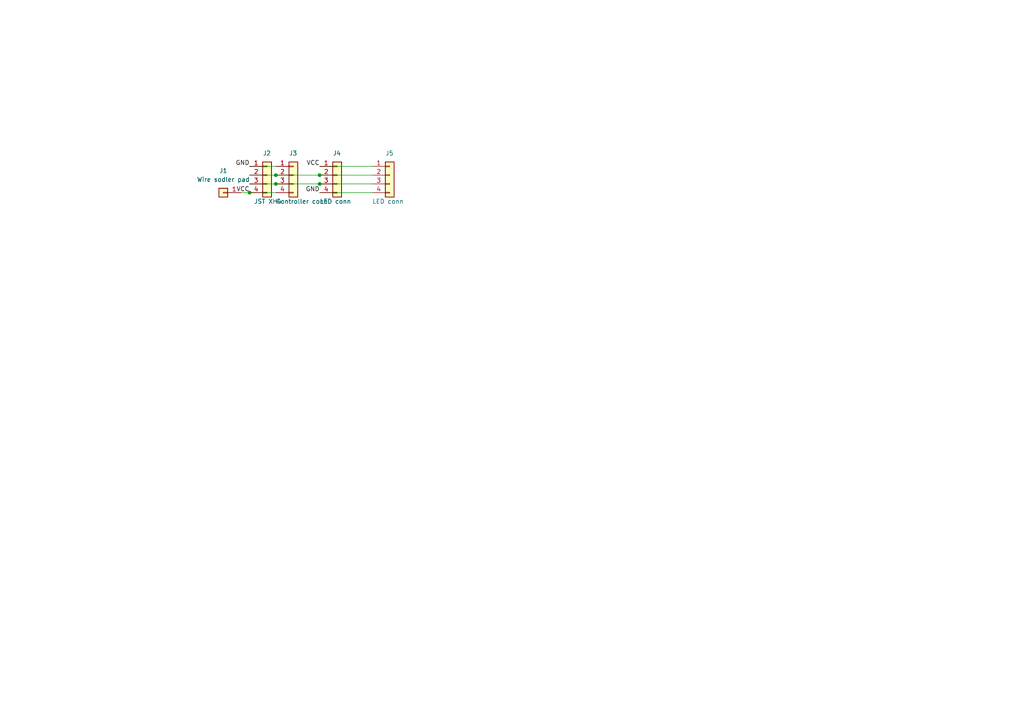
<source format=kicad_sch>
(kicad_sch (version 20211123) (generator eeschema)
  (paper "A4")
  (lib_symbols
    (symbol "Connector_Generic:Conn_01x01" (pin_names (offset 1.016) hide)
      (property "Reference" "J" (at 0 2.54 0))
      (property "Value" "Conn_01x01" (at 0 -2.54 0))
      (symbol "Conn_01x01_1_1"
        (rectangle (start -1.27 0.127) (end 0 -0.127) (stroke (width 0.1524)))
        (rectangle (start -1.27 1.27) (end 1.27 -1.27) (stroke (width 0.254)) (fill (type background)))
        (pin passive line (at -5.08 0 0) (length 3.81) (name "Pin_1") (number "1"))
      )
    )
    (symbol "Connector_Generic:Conn_01x04" (pin_names (offset 1.016) hide)
      (property "Reference" "J" (at 0 5.08 0))
      (property "Value" "Conn_01x04" (at 0 -7.62 0))
      (symbol "Conn_01x04_1_1"
        (rectangle (start -1.27 -4.953) (end 0 -5.207) (stroke (width 0.1524)))
        (rectangle (start -1.27 -2.413) (end 0 -2.667) (stroke (width 0.1524)))
        (rectangle (start -1.27 0.127) (end 0 -0.127) (stroke (width 0.1524)))
        (rectangle (start -1.27 2.667) (end 0 2.413) (stroke (width 0.1524)))
        (rectangle (start -1.27 3.81) (end 1.27 -6.35) (stroke (width 0.254)) (fill (type background)))
        (pin passive line (at -5.08 2.54 0) (length 3.81) (name "Pin_1") (number "1"))
        (pin passive line (at -5.08 0 0) (length 3.81) (name "Pin_2") (number "2"))
        (pin passive line (at -5.08 -2.54 0) (length 3.81) (name "Pin_3") (number "3"))
        (pin passive line (at -5.08 -5.08 0) (length 3.81) (name "Pin_4") (number "4"))
      )
    )
  )
  (junction (at 80.01 53.34))
  (junction (at 80.01 50.8))
  (junction (at 92.71 53.34))
  (junction (at 92.71 50.8))
  (junction (at 72.39 55.88))
  (wire (pts (xy 92.71 48.26) (xy 107.95 48.26)))
  (wire (pts (xy 72.39 50.8) (xy 80.01 50.8)))
  (wire (pts (xy 80.01 53.34) (xy 92.71 53.34)))
  (wire (pts (xy 72.39 48.26) (xy 80.01 48.26)))
  (wire (pts (xy 69.85 55.88) (xy 72.39 55.88)))
  (wire (pts (xy 72.39 55.88) (xy 80.01 55.88)))
  (wire (pts (xy 92.71 50.8) (xy 107.95 50.8)))
  (wire (pts (xy 92.71 55.88) (xy 107.95 55.88)))
  (wire (pts (xy 80.01 50.8) (xy 92.71 50.8)))
  (wire (pts (xy 92.71 53.34) (xy 107.95 53.34)))
  (wire (pts (xy 72.39 53.34) (xy 80.01 53.34)))
  (label "VCC" (at 72.39 55.88 180))
  (label "GND" (at 72.39 48.26 180))
  (label "VCC" (at 92.71 48.26 180))
  (label "GND" (at 92.71 55.88 180))
  (symbol (lib_id "Connector_Generic:Conn_01x04") (at 97.79 50.8 0) (unit 1)
    (property "Reference" "J4" (at 96.52 44.45 0) (effects (justify left)))
    (property "Value" "LED conn" (at 92.71 58.42 0) (effects (justify left)))
    (property "Footprint" "Shurik:connector-4p-generic-nosilk" (effects hide))
  )
  (symbol (lib_id "Connector_Generic:Conn_01x04") (at 113.03 50.8 0) (unit 1)
    (property "Reference" "J5" (at 111.76 44.45 0) (effects (justify left)))
    (property "Value" "LED conn" (at 107.95 58.42 0) (effects (justify left)))
    (property "Footprint" "Shurik:connector-4p-generic-nosilk" (effects hide))
  )
  (symbol (lib_id "Connector_Generic:Conn_01x04") (at 77.47 50.8 0) (unit 1)
    (property "Reference" "J2" (at 76.2 44.45 0) (effects (justify left)))
    (property "Value" "JST XH4" (at 73.66 58.42 0) (effects (justify left)))
    (property "Footprint" "Connector_JST:JST_XH_B4B-XH-A_1x04_P2.50mm_Vertical" (effects hide))
  )
  (symbol (lib_id "Connector_Generic:Conn_01x01") (at 64.77 55.88 180) (unit 1)
    (property "Reference" "J1" (at 64.77 49.53 0))
    (property "Value" "Wire sodler pad" (at 64.77 52.07 0))
    (property "Footprint" "TestPoint:TestPoint_Plated_Hole_D2.0mm" (effects hide))
  )
  (symbol (lib_id "Connector_Generic:Conn_01x04") (at 85.09 50.8 0) (unit 1)
    (property "Reference" "J3" (at 83.82 44.45 0) (effects (justify left)))
    (property "Value" "Controller conn" (at 80.01 58.42 0) (effects (justify left)))
    (property "Footprint" "Shurik:connector-4p-generic-nosilk" (effects hide))
  )
)
</source>
